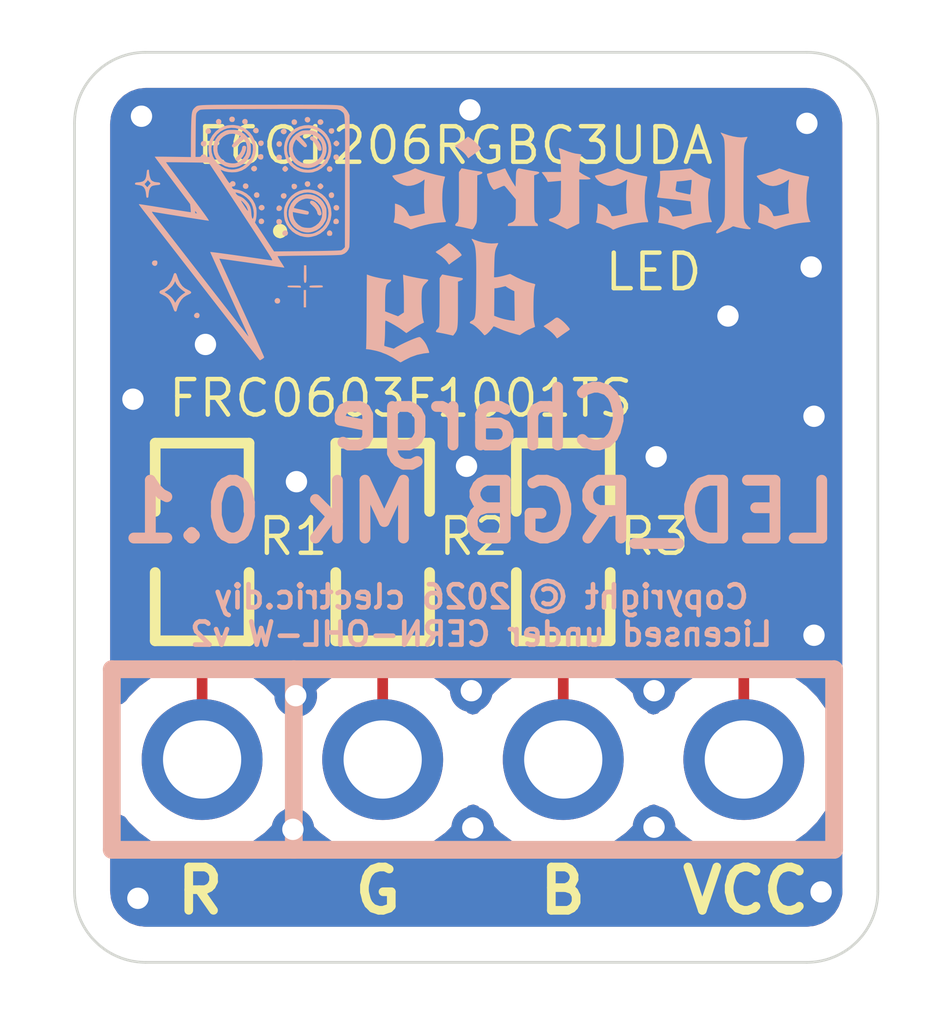
<source format=kicad_pcb>
(kicad_pcb (version 20241229) (generator "pcbnew") (generator_version "9.0")
  (title_block (title "Charge LED_RGB") (date "2026-02-20") (rev "Mk 0.1") (company "clectric.diy") (comment 1 "Copyright © 2026 clectric.diy Licensed under CERN-OHL-W v2") (comment 2 "Charles H. Leggett"))
  (layers (0 "F.Cu" signal "Front") (2 "B.Cu" signal "Back") (13 "F.Paste" user) (15 "B.Paste" user) (5 "F.SilkS" user "F.Silkscreen") (7 "B.SilkS" user "B.Silkscreen") (1 "F.Mask" user) (3 "B.Mask" user) (25 "Edge.Cuts" user))
  (net 0 "")
  (net 1 "VCC")
  (net 2 "LED_GREEN")
  (net 3 "LED_RED")
  (net 4 "LED_BLUE")
  (net 5 "GND")
  (footprint "clectric-diy:R0603" (layer "F.Cu") (at 91.103 85.698 90)
    (property "Reference" "R1" (at 0.076 1.28 0) (layer "F.SilkS") (effects (font (size 0.5 0.5) (thickness 0.0625))))
    (property "Value" "FRC0603F1001TS" (hide yes))
    (pad "1" smd rect (at -0.75 0 90) (size 0.81 0.86) (layers "F.Cu" "F.Mask" "F.Paste") (net 3 "LED_RED"))
    (pad "2" smd rect (at 0.75 0 90) (size 0.81 0.86) (layers "F.Cu" "F.Mask" "F.Paste") (net 3 "LED_RED"))
  )
  (footprint "clectric-diy:R0603" (layer "F.Cu") (at 96.183 85.698 90)
    (property "Reference" "R3" (at 0.076 1.28 0) (layer "F.SilkS") (effects (font (size 0.5 0.5) (thickness 0.0625))))
    (property "Value" "FRC0603F1001TS" (hide yes))
    (pad "1" smd rect (at -0.75 0 90) (size 0.81 0.86) (layers "F.Cu" "F.Mask" "F.Paste") (net 4 "LED_BLUE"))
    (pad "2" smd rect (at 0.75 0 90) (size 0.81 0.86) (layers "F.Cu" "F.Mask" "F.Paste") (net 4 "LED_BLUE"))
  )
  (footprint "clectric-diy:R0603" (layer "F.Cu") (at 93.643 85.698 90)
    (property "Reference" "R2" (at 0.076 1.28 0) (layer "F.SilkS") (effects (font (size 0.5 0.5) (thickness 0.0625))))
    (property "Value" "FRC0603F1001TS" (hide yes))
    (pad "1" smd rect (at -0.75 0 90) (size 0.81 0.86) (layers "F.Cu" "F.Mask" "F.Paste") (net 2 "LED_GREEN"))
    (pad "2" smd rect (at 0.75 0 90) (size 0.81 0.86) (layers "F.Cu" "F.Mask" "F.Paste") (net 2 "LED_GREEN"))
  )
  (footprint "clectric-diy:E6C1206RGBC3UDA" (layer "F.Cu") (at 94.4 81.9)
    (property "Reference" "LED1" (hide yes))
    (property "Value" "E6C1206RGBC3UDA" (at 0.259 -1.778 0) (layer "F.SilkS") (effects (font (size 0.5 0.5) (thickness 0.0625))))
    (pad "1" smd rect (at -1.275 -0.525 90) (size 0.75 0.95) (layers "F.Cu" "F.Mask" "F.Paste") (net 2 "LED_GREEN"))
    (pad "2" smd rect (at 1.275 -0.525 90) (size 0.75 0.95) (layers "F.Cu" "F.Mask" "F.Paste") (net 1 "VCC"))
    (pad "3" smd rect (at -1.275 0.525 90) (size 0.75 0.95) (layers "F.Cu" "F.Mask" "F.Paste") (net 3 "LED_RED"))
    (pad "4" smd rect (at 1.275 0.525 90) (size 0.75 0.95) (layers "F.Cu" "F.Mask" "F.Paste") (net 4 "LED_BLUE"))
  )
  (footprint "clectric-diy:HDR-TH_4P-P2.54-V-M" (layer "B.Cu") (at 94.913 88.758)
    (property "Reference" "J1" (hide yes))
    (property "Value" "HDR-TH_4P-P2.54-V-M")
    (pad "1" thru_hole circle (at -3.81 0) (size 1.7 1.7) (drill 1.100023) (layers "*.Cu" "*.Mask") (net 3 "LED_RED"))
    (pad "2" thru_hole circle (at -1.27 0) (size 1.7 1.7) (drill 1.100023) (layers "*.Cu" "*.Mask") (net 2 "LED_GREEN"))
    (pad "3" thru_hole circle (at 1.27 0) (size 1.7 1.7) (drill 1.100023) (layers "*.Cu" "*.Mask") (net 4 "LED_BLUE"))
    (pad "4" thru_hole circle (at 3.81 0) (size 1.7 1.7) (drill 1.100023) (layers "*.Cu" "*.Mask") (net 1 "VCC"))
  )
  (footprint "LOGO" (layer "B.Cu") (at 94.940148 81.303978 180)
    (property "Reference" "G***" (hide yes))
    (property "Value" "LOGO" (hide yes))
  )
  (gr_arc (start 90.30841 91.610704) (mid 89.601303 91.317811) (end 89.30841 90.610704) (stroke (width 0.0381)) (layer "Edge.Cuts"))
  (gr_line (start 90.30841 78.810704) (end 99.60841 78.810704) (stroke (width 0.0381)) (layer "Edge.Cuts"))
  (gr_arc (start 89.30841 79.810704) (mid 89.601303 79.103597) (end 90.30841 78.810704) (stroke (width 0.0381)) (layer "Edge.Cuts"))
  (gr_arc (start 100.60841 90.610704) (mid 100.315517 91.317811) (end 99.60841 91.610704) (stroke (width 0.0381)) (layer "Edge.Cuts"))
  (gr_arc (start 99.60841 78.810704) (mid 100.315517 79.103597) (end 100.60841 79.810704) (stroke (width 0.0381)) (layer "Edge.Cuts"))
  (gr_line (start 99.60841 91.610704) (end 90.30841 91.610704) (stroke (width 0.0381)) (layer "Edge.Cuts"))
  (gr_line (start 89.30841 90.610704) (end 89.30841 79.810704) (stroke (width 0.0381)) (layer "Edge.Cuts"))
  (gr_line (start 100.60841 79.810704) (end 100.60841 90.610704) (stroke (width 0.0381)) (layer "Edge.Cuts"))
  (gr_text "VCC" (at 99.7 90.96 0) (layer "F.SilkS") (effects (font (size 0.6096 0.6096) (thickness 0.12192) (bold yes)) (justify right bottom)))
  (gr_text "LED" (at 97.453 81.9 0) (layer "F.SilkS") (effects (font (size 0.5 0.5) (thickness 0.0625))))
  (gr_text "G" (at 93.96 90.96 0) (layer "F.SilkS") (effects (font (size 0.6096 0.6096) (thickness 0.12192) (bold yes)) (justify right bottom)))
  (gr_text "R\n" (at 91.46 90.96 0) (layer "F.SilkS") (effects (font (size 0.6096 0.6096) (thickness 0.12192) (bold yes)) (justify right bottom)))
  (gr_text "FRC0603F1001TS" (at 93.897 83.678 0) (layer "F.SilkS") (effects (font (size 0.5 0.5) (thickness 0.0625))))
  (gr_text "B" (at 96.56 90.96 0) (layer "F.SilkS") (effects (font (size 0.6096 0.6096) (thickness 0.12192) (bold yes)) (justify right bottom)))
  (gr_text "Charge\nLED_RGB Mk 0.1" (at 95 85.75 0) (layer "B.SilkS") (effects (font (size 0.8128 0.8128) (thickness 0.1524) (bold yes)) (justify bottom mirror)))
  (gr_text "Copyright © 2026 clectric.diy\nLicensed under CERN-OHL-W v2" (at 95.03 87.184 0) (layer "B.SilkS") (effects (font (size 0.32512 0.32512) (thickness 0.065024) (bold yes)) (justify bottom mirror)))
  (segment (start 98.723 84.323) (end 98.723 88.758) (width 0.15) (layer "F.Cu") (net 1))
  (segment (start 95.675 81.375) (end 95.775 81.375) (width 0.15) (layer "F.Cu") (net 1))
  (segment (start 95.775 81.375) (end 98.723 84.323) (width 0.15) (layer "F.Cu") (net 1))
  (segment (start 93.643 86.448) (end 93.643 88.758) (width 0.15) (layer "F.Cu") (net 2))
  (segment (start 93.803 81.953) (end 93.803 84.788) (width 0.15) (layer "F.Cu") (net 2))
  (segment (start 93.125 81.375) (end 93.331 81.375) (width 0.15) (layer "F.Cu") (net 2))
  (segment (start 93.803 84.788) (end 93.643 84.948) (width 0.15) (layer "F.Cu") (net 2))
  (segment (start 93.125 81.375) (end 93.225 81.375) (width 0.15) (layer "F.Cu") (net 2))
  (segment (start 93.225 81.375) (end 93.803 81.953) (width 0.15) (layer "F.Cu") (net 2))
  (segment (start 91.103 84.938) (end 91.103 84.948) (width 0.2) (layer "F.Cu") (net 3))
  (segment (start 93.125 82.926) (end 91.103 84.948) (width 0.15) (layer "F.Cu") (net 3))
  (segment (start 93.125 82.425) (end 93.125 82.926) (width 0.15) (layer "F.Cu") (net 3))
  (segment (start 91.103 86.448) (end 91.103 88.758) (width 0.15) (layer "F.Cu") (net 3))
  (segment (start 95.675 84.44) (end 96.183 84.948) (width 0.15) (layer "F.Cu") (net 4))
  (segment (start 95.675 82.425) (end 95.675 84.44) (width 0.15) (layer "F.Cu") (net 4))
  (segment (start 96.183 86.448) (end 96.183 88.758) (width 0.15) (layer "F.Cu") (net 4))
  (via (at 94.89 87.79) (size 0.6) (drill 0.3) (layers "F.Cu" "B.Cu") (net 5))
  (via (at 97.46 87.79) (size 0.6) (drill 0.3) (layers "F.Cu" "B.Cu") (net 5))
  (via (at 99.71 83.93) (size 0.6) (drill 0.3) (layers "F.Cu" "B.Cu") (net 5))
  (via (at 92.42 87.86) (size 0.6) (drill 0.3) (layers "F.Cu" "B.Cu") (net 5))
  (via (at 90.25 79.71) (size 0.6) (drill 0.3) (layers "F.Cu" "B.Cu") (net 5))
  (via (at 94.91 89.72) (size 0.6) (drill 0.3) (layers "F.Cu" "B.Cu") (net 5))
  (via (at 92.38 89.74) (size 0.6) (drill 0.3) (layers "F.Cu" "B.Cu") (net 5))
  (via (at 92.43 84.85) (size 0.6) (drill 0.3) (layers "F.Cu" "B.Cu") (net 5))
  (via (at 98.5 82.52) (size 0.6) (drill 0.3) (layers "F.Cu" "B.Cu") (net 5))
  (via (at 99.67 81.83) (size 0.6) (drill 0.3) (layers "F.Cu" "B.Cu") (net 5))
  (via (at 91.15 82.92) (size 0.6) (drill 0.3) (layers "F.Cu" "B.Cu") (net 5))
  (via (at 97.46 89.71) (size 0.6) (drill 0.3) (layers "F.Cu" "B.Cu") (net 5))
  (via (at 99.61 79.81) (size 0.6) (drill 0.3) (layers "F.Cu" "B.Cu") (net 5))
  (via (at 94.87 79.62) (size 0.6) (drill 0.3) (layers "F.Cu" "B.Cu") (net 5))
  (via (at 90.13 83.69) (size 0.6) (drill 0.3) (layers "F.Cu" "B.Cu") (net 5))
  (via (at 99.71 87.01) (size 0.6) (drill 0.3) (layers "F.Cu" "B.Cu") (net 5))
  (via (at 97.49 84.5) (size 0.6) (drill 0.3) (layers "F.Cu" "B.Cu") (net 5))
  (via (at 94.822017 84.633982) (size 0.6) (drill 0.3) (layers "F.Cu" "B.Cu") (net 5))
  (via (at 99.81 90.62) (size 0.6) (drill 0.3) (layers "F.Cu" "B.Cu") (net 5))
  (via (at 90.2 90.71) (size 0.6) (drill 0.3) (layers "F.Cu" "B.Cu") (net 5))
  (zone (net 5) (net_name "GND") (layer "F.Cu") (connect_pads (clearance 0.5)) (min_thickness 0.25) (fill yes (thermal_gap 0.5) (thermal_bridge_width 0.5) (island_removal_mode 1) (island_area_min 10))
    (polygon (pts (xy 88.36 78.2) (xy 101.6 78.2) (xy 101.6 92.48) (xy 88.36 92.48)))
  )
  (zone (net 5) (net_name "GND") (layer "B.Cu") (connect_pads (clearance 0.5)) (min_thickness 0.25) (fill yes (thermal_gap 0.5) (thermal_bridge_width 0.5) (island_removal_mode 1) (island_area_min 10))
    (polygon (pts (xy 101.5 78.075143) (xy 88.26 78.075143) (xy 88.26 92.355143) (xy 101.5 92.355143)))
  )
)
</source>
